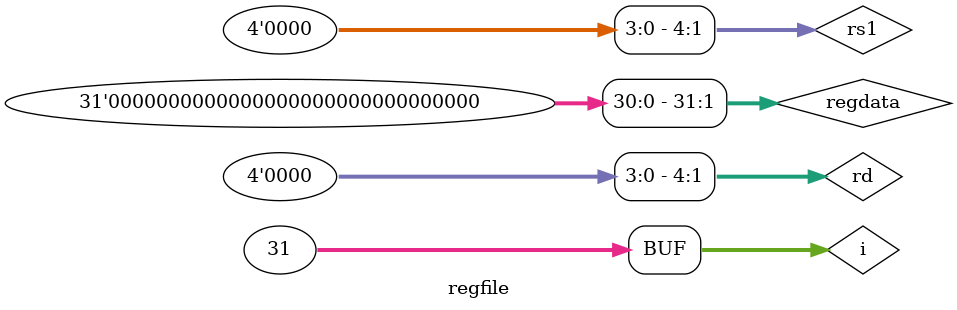
<source format=sv>
/****************************************************
** regfile.sv
** Author: Kai Roy, 
** Version: 1.0.0
** Date: 8/13/2024
** Description: This file defines the main interface 
** for a pipelined RISC-V core. 
****************************************************/
// `timescale 1ns / 1ps
`timescale 1ns / 1ns
	
module regfile(core_itf.regfile_id_ports ID_itf, coreitf.regfile_wb_ports WB_itf);
	logic	[4:0] 	rs1, rs1, rd;
	logic 	[31:0] 	rv1, rv2, x31, regdata;
	logic 			wer, clk;

	// Inputs (ID)
	assign clk		= ID_itf.clk;
	assign rs1		= ID_itf.rs1;
	assign rs2		= ID_itf.rs2;

	// Inputs (WB)
	assign rd		= WB_itf.rd;
	assign regdata	= WB_itf.regdata;
	assign wer		= WB_itf.wer;

	// Outputs
	assign ID_itf.rv1 	= rv1;
	assign ID_itf.rv2 	= rv2;
	assign ID_itf.x31 	= x31;

	// Register File Structure
    logic [31:0] r[0:31];

	// Initialization
    integer i;
    initial begin
		r[31] = 0;
        for(i=0; i<31; i = i+1)
            r[i]=i;
    end

	// Read (ID Stage)
	always @(negedge clk) begin
		rv1 = r[rs1];
		rv2 = r[rs2];
		x31 = r[31];
	end

	// Write (WB Stage)
    always@(posedge clk) begin
        if(wer && (rd != 0))
            r[rd] = regdata;
    end
endmodule
</source>
